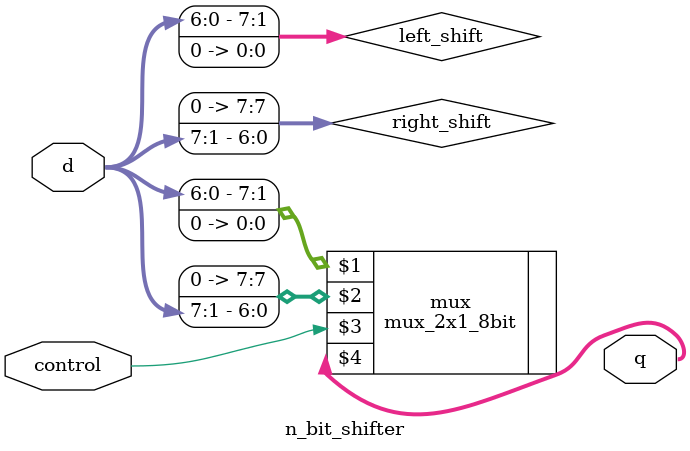
<source format=v>
`timescale 1ns / 1ps
module n_bit_shifter(d, control, q);

	parameter n = 8;
	
	input [7:0]d;
	input control;
	
	wire [7:0]right_shift;
	wire [7:0]left_shift;
	
	assign right_shift[7] = 0;
	assign left_shift[0] = 0;
	
	assign right_shift[6:0] = d[7:1];
	assign left_shift[7:1] = d[6:0];
	
	output [7:0]q;
	
   ////(in_0, in_1, select, out)
	mux_2x1_8bit mux(left_shift, right_shift, control, q);
	
	
	
endmodule

</source>
